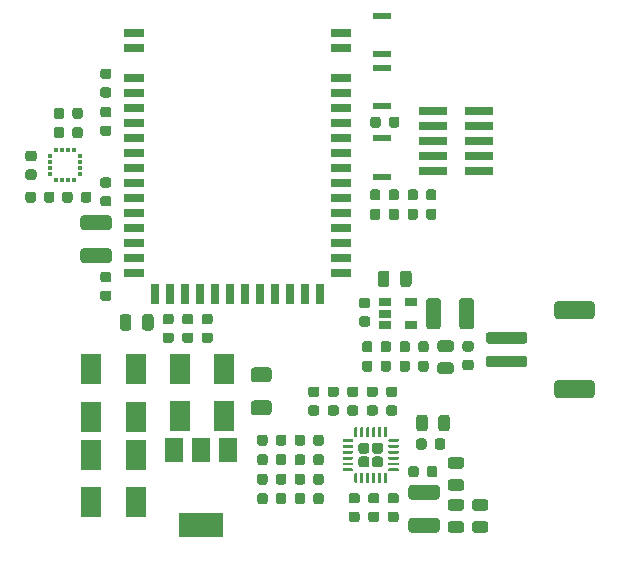
<source format=gbr>
%TF.GenerationSoftware,KiCad,Pcbnew,(5.1.6)-1*%
%TF.CreationDate,2021-05-23T01:52:29+08:00*%
%TF.ProjectId,HKIA_Tracker,484b4941-5f54-4726-9163-6b65722e6b69,rev?*%
%TF.SameCoordinates,Original*%
%TF.FileFunction,Paste,Top*%
%TF.FilePolarity,Positive*%
%FSLAX46Y46*%
G04 Gerber Fmt 4.6, Leading zero omitted, Abs format (unit mm)*
G04 Created by KiCad (PCBNEW (5.1.6)-1) date 2021-05-23 01:52:29*
%MOMM*%
%LPD*%
G01*
G04 APERTURE LIST*
%ADD10R,1.500000X2.000000*%
%ADD11R,3.800000X2.000000*%
%ADD12R,0.300000X0.450000*%
%ADD13R,0.450000X0.300000*%
%ADD14R,1.060000X0.650000*%
%ADD15R,1.800000X0.700000*%
%ADD16R,0.700000X1.800000*%
%ADD17R,1.500000X0.550000*%
%ADD18R,2.400000X0.740000*%
%ADD19R,1.800000X2.500000*%
G04 APERTURE END LIST*
D10*
%TO.C,D7*%
X117997000Y-117246000D03*
X113397000Y-117246000D03*
X115697000Y-117246000D03*
D11*
X115697000Y-123546000D03*
%TD*%
D12*
%TO.C,U5*%
X104439500Y-91828500D03*
X103939500Y-91828500D03*
X103439500Y-91828500D03*
X104939500Y-91828500D03*
D13*
X105464500Y-93853500D03*
X105464500Y-92853500D03*
X105464500Y-93353500D03*
X105464500Y-92353500D03*
D12*
X104939500Y-94378500D03*
X104439500Y-94378500D03*
X103939500Y-94378500D03*
X103439500Y-94378500D03*
D13*
X102914500Y-92853500D03*
X102914500Y-93353500D03*
X102914500Y-93853500D03*
X102914500Y-92353500D03*
%TD*%
D14*
%TO.C,U4*%
X133421300Y-104739400D03*
X133421300Y-106639400D03*
X131221300Y-106639400D03*
X131221300Y-105689400D03*
X131221300Y-104739400D03*
%TD*%
%TO.C,U2*%
G36*
G01*
X128673000Y-116103000D02*
X128673000Y-115353000D01*
G75*
G02*
X128735500Y-115290500I62500J0D01*
G01*
X128860500Y-115290500D01*
G75*
G02*
X128923000Y-115353000I0J-62500D01*
G01*
X128923000Y-116103000D01*
G75*
G02*
X128860500Y-116165500I-62500J0D01*
G01*
X128735500Y-116165500D01*
G75*
G02*
X128673000Y-116103000I0J62500D01*
G01*
G37*
G36*
G01*
X129173000Y-116103000D02*
X129173000Y-115353000D01*
G75*
G02*
X129235500Y-115290500I62500J0D01*
G01*
X129360500Y-115290500D01*
G75*
G02*
X129423000Y-115353000I0J-62500D01*
G01*
X129423000Y-116103000D01*
G75*
G02*
X129360500Y-116165500I-62500J0D01*
G01*
X129235500Y-116165500D01*
G75*
G02*
X129173000Y-116103000I0J62500D01*
G01*
G37*
G36*
G01*
X129673000Y-116103000D02*
X129673000Y-115353000D01*
G75*
G02*
X129735500Y-115290500I62500J0D01*
G01*
X129860500Y-115290500D01*
G75*
G02*
X129923000Y-115353000I0J-62500D01*
G01*
X129923000Y-116103000D01*
G75*
G02*
X129860500Y-116165500I-62500J0D01*
G01*
X129735500Y-116165500D01*
G75*
G02*
X129673000Y-116103000I0J62500D01*
G01*
G37*
G36*
G01*
X130173000Y-116103000D02*
X130173000Y-115353000D01*
G75*
G02*
X130235500Y-115290500I62500J0D01*
G01*
X130360500Y-115290500D01*
G75*
G02*
X130423000Y-115353000I0J-62500D01*
G01*
X130423000Y-116103000D01*
G75*
G02*
X130360500Y-116165500I-62500J0D01*
G01*
X130235500Y-116165500D01*
G75*
G02*
X130173000Y-116103000I0J62500D01*
G01*
G37*
G36*
G01*
X130673000Y-116103000D02*
X130673000Y-115353000D01*
G75*
G02*
X130735500Y-115290500I62500J0D01*
G01*
X130860500Y-115290500D01*
G75*
G02*
X130923000Y-115353000I0J-62500D01*
G01*
X130923000Y-116103000D01*
G75*
G02*
X130860500Y-116165500I-62500J0D01*
G01*
X130735500Y-116165500D01*
G75*
G02*
X130673000Y-116103000I0J62500D01*
G01*
G37*
G36*
G01*
X131173000Y-116103000D02*
X131173000Y-115353000D01*
G75*
G02*
X131235500Y-115290500I62500J0D01*
G01*
X131360500Y-115290500D01*
G75*
G02*
X131423000Y-115353000I0J-62500D01*
G01*
X131423000Y-116103000D01*
G75*
G02*
X131360500Y-116165500I-62500J0D01*
G01*
X131235500Y-116165500D01*
G75*
G02*
X131173000Y-116103000I0J62500D01*
G01*
G37*
G36*
G01*
X131548000Y-116478000D02*
X131548000Y-116353000D01*
G75*
G02*
X131610500Y-116290500I62500J0D01*
G01*
X132360500Y-116290500D01*
G75*
G02*
X132423000Y-116353000I0J-62500D01*
G01*
X132423000Y-116478000D01*
G75*
G02*
X132360500Y-116540500I-62500J0D01*
G01*
X131610500Y-116540500D01*
G75*
G02*
X131548000Y-116478000I0J62500D01*
G01*
G37*
G36*
G01*
X131548000Y-116978000D02*
X131548000Y-116853000D01*
G75*
G02*
X131610500Y-116790500I62500J0D01*
G01*
X132360500Y-116790500D01*
G75*
G02*
X132423000Y-116853000I0J-62500D01*
G01*
X132423000Y-116978000D01*
G75*
G02*
X132360500Y-117040500I-62500J0D01*
G01*
X131610500Y-117040500D01*
G75*
G02*
X131548000Y-116978000I0J62500D01*
G01*
G37*
G36*
G01*
X131548000Y-117478000D02*
X131548000Y-117353000D01*
G75*
G02*
X131610500Y-117290500I62500J0D01*
G01*
X132360500Y-117290500D01*
G75*
G02*
X132423000Y-117353000I0J-62500D01*
G01*
X132423000Y-117478000D01*
G75*
G02*
X132360500Y-117540500I-62500J0D01*
G01*
X131610500Y-117540500D01*
G75*
G02*
X131548000Y-117478000I0J62500D01*
G01*
G37*
G36*
G01*
X131548000Y-117978000D02*
X131548000Y-117853000D01*
G75*
G02*
X131610500Y-117790500I62500J0D01*
G01*
X132360500Y-117790500D01*
G75*
G02*
X132423000Y-117853000I0J-62500D01*
G01*
X132423000Y-117978000D01*
G75*
G02*
X132360500Y-118040500I-62500J0D01*
G01*
X131610500Y-118040500D01*
G75*
G02*
X131548000Y-117978000I0J62500D01*
G01*
G37*
G36*
G01*
X131548000Y-118478000D02*
X131548000Y-118353000D01*
G75*
G02*
X131610500Y-118290500I62500J0D01*
G01*
X132360500Y-118290500D01*
G75*
G02*
X132423000Y-118353000I0J-62500D01*
G01*
X132423000Y-118478000D01*
G75*
G02*
X132360500Y-118540500I-62500J0D01*
G01*
X131610500Y-118540500D01*
G75*
G02*
X131548000Y-118478000I0J62500D01*
G01*
G37*
G36*
G01*
X131548000Y-118978000D02*
X131548000Y-118853000D01*
G75*
G02*
X131610500Y-118790500I62500J0D01*
G01*
X132360500Y-118790500D01*
G75*
G02*
X132423000Y-118853000I0J-62500D01*
G01*
X132423000Y-118978000D01*
G75*
G02*
X132360500Y-119040500I-62500J0D01*
G01*
X131610500Y-119040500D01*
G75*
G02*
X131548000Y-118978000I0J62500D01*
G01*
G37*
G36*
G01*
X131173000Y-119978000D02*
X131173000Y-119228000D01*
G75*
G02*
X131235500Y-119165500I62500J0D01*
G01*
X131360500Y-119165500D01*
G75*
G02*
X131423000Y-119228000I0J-62500D01*
G01*
X131423000Y-119978000D01*
G75*
G02*
X131360500Y-120040500I-62500J0D01*
G01*
X131235500Y-120040500D01*
G75*
G02*
X131173000Y-119978000I0J62500D01*
G01*
G37*
G36*
G01*
X130673000Y-119978000D02*
X130673000Y-119228000D01*
G75*
G02*
X130735500Y-119165500I62500J0D01*
G01*
X130860500Y-119165500D01*
G75*
G02*
X130923000Y-119228000I0J-62500D01*
G01*
X130923000Y-119978000D01*
G75*
G02*
X130860500Y-120040500I-62500J0D01*
G01*
X130735500Y-120040500D01*
G75*
G02*
X130673000Y-119978000I0J62500D01*
G01*
G37*
G36*
G01*
X130173000Y-119978000D02*
X130173000Y-119228000D01*
G75*
G02*
X130235500Y-119165500I62500J0D01*
G01*
X130360500Y-119165500D01*
G75*
G02*
X130423000Y-119228000I0J-62500D01*
G01*
X130423000Y-119978000D01*
G75*
G02*
X130360500Y-120040500I-62500J0D01*
G01*
X130235500Y-120040500D01*
G75*
G02*
X130173000Y-119978000I0J62500D01*
G01*
G37*
G36*
G01*
X129673000Y-119978000D02*
X129673000Y-119228000D01*
G75*
G02*
X129735500Y-119165500I62500J0D01*
G01*
X129860500Y-119165500D01*
G75*
G02*
X129923000Y-119228000I0J-62500D01*
G01*
X129923000Y-119978000D01*
G75*
G02*
X129860500Y-120040500I-62500J0D01*
G01*
X129735500Y-120040500D01*
G75*
G02*
X129673000Y-119978000I0J62500D01*
G01*
G37*
G36*
G01*
X129173000Y-119978000D02*
X129173000Y-119228000D01*
G75*
G02*
X129235500Y-119165500I62500J0D01*
G01*
X129360500Y-119165500D01*
G75*
G02*
X129423000Y-119228000I0J-62500D01*
G01*
X129423000Y-119978000D01*
G75*
G02*
X129360500Y-120040500I-62500J0D01*
G01*
X129235500Y-120040500D01*
G75*
G02*
X129173000Y-119978000I0J62500D01*
G01*
G37*
G36*
G01*
X128673000Y-119978000D02*
X128673000Y-119228000D01*
G75*
G02*
X128735500Y-119165500I62500J0D01*
G01*
X128860500Y-119165500D01*
G75*
G02*
X128923000Y-119228000I0J-62500D01*
G01*
X128923000Y-119978000D01*
G75*
G02*
X128860500Y-120040500I-62500J0D01*
G01*
X128735500Y-120040500D01*
G75*
G02*
X128673000Y-119978000I0J62500D01*
G01*
G37*
G36*
G01*
X127673000Y-118978000D02*
X127673000Y-118853000D01*
G75*
G02*
X127735500Y-118790500I62500J0D01*
G01*
X128485500Y-118790500D01*
G75*
G02*
X128548000Y-118853000I0J-62500D01*
G01*
X128548000Y-118978000D01*
G75*
G02*
X128485500Y-119040500I-62500J0D01*
G01*
X127735500Y-119040500D01*
G75*
G02*
X127673000Y-118978000I0J62500D01*
G01*
G37*
G36*
G01*
X127673000Y-118478000D02*
X127673000Y-118353000D01*
G75*
G02*
X127735500Y-118290500I62500J0D01*
G01*
X128485500Y-118290500D01*
G75*
G02*
X128548000Y-118353000I0J-62500D01*
G01*
X128548000Y-118478000D01*
G75*
G02*
X128485500Y-118540500I-62500J0D01*
G01*
X127735500Y-118540500D01*
G75*
G02*
X127673000Y-118478000I0J62500D01*
G01*
G37*
G36*
G01*
X127673000Y-117978000D02*
X127673000Y-117853000D01*
G75*
G02*
X127735500Y-117790500I62500J0D01*
G01*
X128485500Y-117790500D01*
G75*
G02*
X128548000Y-117853000I0J-62500D01*
G01*
X128548000Y-117978000D01*
G75*
G02*
X128485500Y-118040500I-62500J0D01*
G01*
X127735500Y-118040500D01*
G75*
G02*
X127673000Y-117978000I0J62500D01*
G01*
G37*
G36*
G01*
X127673000Y-117478000D02*
X127673000Y-117353000D01*
G75*
G02*
X127735500Y-117290500I62500J0D01*
G01*
X128485500Y-117290500D01*
G75*
G02*
X128548000Y-117353000I0J-62500D01*
G01*
X128548000Y-117478000D01*
G75*
G02*
X128485500Y-117540500I-62500J0D01*
G01*
X127735500Y-117540500D01*
G75*
G02*
X127673000Y-117478000I0J62500D01*
G01*
G37*
G36*
G01*
X127673000Y-116978000D02*
X127673000Y-116853000D01*
G75*
G02*
X127735500Y-116790500I62500J0D01*
G01*
X128485500Y-116790500D01*
G75*
G02*
X128548000Y-116853000I0J-62500D01*
G01*
X128548000Y-116978000D01*
G75*
G02*
X128485500Y-117040500I-62500J0D01*
G01*
X127735500Y-117040500D01*
G75*
G02*
X127673000Y-116978000I0J62500D01*
G01*
G37*
G36*
G01*
X127673000Y-116478000D02*
X127673000Y-116353000D01*
G75*
G02*
X127735500Y-116290500I62500J0D01*
G01*
X128485500Y-116290500D01*
G75*
G02*
X128548000Y-116353000I0J-62500D01*
G01*
X128548000Y-116478000D01*
G75*
G02*
X128485500Y-116540500I-62500J0D01*
G01*
X127735500Y-116540500D01*
G75*
G02*
X127673000Y-116478000I0J62500D01*
G01*
G37*
G36*
G01*
X130158000Y-118473000D02*
X130158000Y-118008000D01*
G75*
G02*
X130390500Y-117775500I232500J0D01*
G01*
X130855500Y-117775500D01*
G75*
G02*
X131088000Y-118008000I0J-232500D01*
G01*
X131088000Y-118473000D01*
G75*
G02*
X130855500Y-118705500I-232500J0D01*
G01*
X130390500Y-118705500D01*
G75*
G02*
X130158000Y-118473000I0J232500D01*
G01*
G37*
G36*
G01*
X130158000Y-117323000D02*
X130158000Y-116858000D01*
G75*
G02*
X130390500Y-116625500I232500J0D01*
G01*
X130855500Y-116625500D01*
G75*
G02*
X131088000Y-116858000I0J-232500D01*
G01*
X131088000Y-117323000D01*
G75*
G02*
X130855500Y-117555500I-232500J0D01*
G01*
X130390500Y-117555500D01*
G75*
G02*
X130158000Y-117323000I0J232500D01*
G01*
G37*
G36*
G01*
X129008000Y-118473000D02*
X129008000Y-118008000D01*
G75*
G02*
X129240500Y-117775500I232500J0D01*
G01*
X129705500Y-117775500D01*
G75*
G02*
X129938000Y-118008000I0J-232500D01*
G01*
X129938000Y-118473000D01*
G75*
G02*
X129705500Y-118705500I-232500J0D01*
G01*
X129240500Y-118705500D01*
G75*
G02*
X129008000Y-118473000I0J232500D01*
G01*
G37*
G36*
G01*
X129008000Y-117323000D02*
X129008000Y-116858000D01*
G75*
G02*
X129240500Y-116625500I232500J0D01*
G01*
X129705500Y-116625500D01*
G75*
G02*
X129938000Y-116858000I0J-232500D01*
G01*
X129938000Y-117323000D01*
G75*
G02*
X129705500Y-117555500I-232500J0D01*
G01*
X129240500Y-117555500D01*
G75*
G02*
X129008000Y-117323000I0J232500D01*
G01*
G37*
%TD*%
D15*
%TO.C,U1*%
X127545800Y-81942000D03*
X127545800Y-83212000D03*
X127545800Y-85752000D03*
X127545800Y-87022000D03*
X127545800Y-88292000D03*
X127545800Y-89562000D03*
X127545800Y-90832000D03*
X127545800Y-92102000D03*
X127545800Y-93372000D03*
X127545800Y-94642000D03*
X127545800Y-95912000D03*
X127545800Y-97182000D03*
X127545800Y-98452000D03*
X127545800Y-99722000D03*
X127545800Y-100992000D03*
X127545800Y-102262000D03*
D16*
X125780800Y-104012000D03*
X124510800Y-104012000D03*
X123240800Y-104012000D03*
X121970800Y-104012000D03*
X120700800Y-104012000D03*
X119430800Y-104012000D03*
X118160800Y-104012000D03*
X116890800Y-104012000D03*
X115620800Y-104012000D03*
X114350800Y-104012000D03*
X113080800Y-104012000D03*
X111810800Y-104012000D03*
D15*
X110045800Y-102262000D03*
X110045800Y-100992000D03*
X110045800Y-99722000D03*
X110045800Y-98452000D03*
X110045800Y-97182000D03*
X110045800Y-95912000D03*
X110045800Y-94642000D03*
X110045800Y-93372000D03*
X110045800Y-92102000D03*
X110045800Y-90832000D03*
X110045800Y-89562000D03*
X110045800Y-88292000D03*
X110045800Y-87022000D03*
X110045800Y-85752000D03*
X110045800Y-83212000D03*
X110045800Y-81942000D03*
%TD*%
D17*
%TO.C,SW3*%
X130987800Y-88112000D03*
X130987800Y-84862000D03*
%TD*%
%TO.C,SW2*%
X130987800Y-80480500D03*
X130987800Y-83730500D03*
%TD*%
%TO.C,SW1*%
X130987800Y-94081000D03*
X130987800Y-90831000D03*
%TD*%
%TO.C,R29*%
G36*
G01*
X130431250Y-112743500D02*
X129918750Y-112743500D01*
G75*
G02*
X129700000Y-112524750I0J218750D01*
G01*
X129700000Y-112087250D01*
G75*
G02*
X129918750Y-111868500I218750J0D01*
G01*
X130431250Y-111868500D01*
G75*
G02*
X130650000Y-112087250I0J-218750D01*
G01*
X130650000Y-112524750D01*
G75*
G02*
X130431250Y-112743500I-218750J0D01*
G01*
G37*
G36*
G01*
X130431250Y-114318500D02*
X129918750Y-114318500D01*
G75*
G02*
X129700000Y-114099750I0J218750D01*
G01*
X129700000Y-113662250D01*
G75*
G02*
X129918750Y-113443500I218750J0D01*
G01*
X130431250Y-113443500D01*
G75*
G02*
X130650000Y-113662250I0J-218750D01*
G01*
X130650000Y-114099750D01*
G75*
G02*
X130431250Y-114318500I-218750J0D01*
G01*
G37*
%TD*%
%TO.C,R28*%
G36*
G01*
X130193300Y-108227150D02*
X130193300Y-108739650D01*
G75*
G02*
X129974550Y-108958400I-218750J0D01*
G01*
X129537050Y-108958400D01*
G75*
G02*
X129318300Y-108739650I0J218750D01*
G01*
X129318300Y-108227150D01*
G75*
G02*
X129537050Y-108008400I218750J0D01*
G01*
X129974550Y-108008400D01*
G75*
G02*
X130193300Y-108227150I0J-218750D01*
G01*
G37*
G36*
G01*
X131768300Y-108227150D02*
X131768300Y-108739650D01*
G75*
G02*
X131549550Y-108958400I-218750J0D01*
G01*
X131112050Y-108958400D01*
G75*
G02*
X130893300Y-108739650I0J218750D01*
G01*
X130893300Y-108227150D01*
G75*
G02*
X131112050Y-108008400I218750J0D01*
G01*
X131549550Y-108008400D01*
G75*
G02*
X131768300Y-108227150I0J-218750D01*
G01*
G37*
%TD*%
%TO.C,R27*%
G36*
G01*
X133368300Y-108227150D02*
X133368300Y-108739650D01*
G75*
G02*
X133149550Y-108958400I-218750J0D01*
G01*
X132712050Y-108958400D01*
G75*
G02*
X132493300Y-108739650I0J218750D01*
G01*
X132493300Y-108227150D01*
G75*
G02*
X132712050Y-108008400I218750J0D01*
G01*
X133149550Y-108008400D01*
G75*
G02*
X133368300Y-108227150I0J-218750D01*
G01*
G37*
G36*
G01*
X134943300Y-108227150D02*
X134943300Y-108739650D01*
G75*
G02*
X134724550Y-108958400I-218750J0D01*
G01*
X134287050Y-108958400D01*
G75*
G02*
X134068300Y-108739650I0J218750D01*
G01*
X134068300Y-108227150D01*
G75*
G02*
X134287050Y-108008400I218750J0D01*
G01*
X134724550Y-108008400D01*
G75*
G02*
X134943300Y-108227150I0J-218750D01*
G01*
G37*
%TD*%
%TO.C,R26*%
G36*
G01*
X104806000Y-95565250D02*
X104806000Y-96077750D01*
G75*
G02*
X104587250Y-96296500I-218750J0D01*
G01*
X104149750Y-96296500D01*
G75*
G02*
X103931000Y-96077750I0J218750D01*
G01*
X103931000Y-95565250D01*
G75*
G02*
X104149750Y-95346500I218750J0D01*
G01*
X104587250Y-95346500D01*
G75*
G02*
X104806000Y-95565250I0J-218750D01*
G01*
G37*
G36*
G01*
X106381000Y-95565250D02*
X106381000Y-96077750D01*
G75*
G02*
X106162250Y-96296500I-218750J0D01*
G01*
X105724750Y-96296500D01*
G75*
G02*
X105506000Y-96077750I0J218750D01*
G01*
X105506000Y-95565250D01*
G75*
G02*
X105724750Y-95346500I218750J0D01*
G01*
X106162250Y-95346500D01*
G75*
G02*
X106381000Y-95565250I0J-218750D01*
G01*
G37*
%TD*%
%TO.C,R25*%
G36*
G01*
X102394500Y-96077750D02*
X102394500Y-95565250D01*
G75*
G02*
X102613250Y-95346500I218750J0D01*
G01*
X103050750Y-95346500D01*
G75*
G02*
X103269500Y-95565250I0J-218750D01*
G01*
X103269500Y-96077750D01*
G75*
G02*
X103050750Y-96296500I-218750J0D01*
G01*
X102613250Y-96296500D01*
G75*
G02*
X102394500Y-96077750I0J218750D01*
G01*
G37*
G36*
G01*
X100819500Y-96077750D02*
X100819500Y-95565250D01*
G75*
G02*
X101038250Y-95346500I218750J0D01*
G01*
X101475750Y-95346500D01*
G75*
G02*
X101694500Y-95565250I0J-218750D01*
G01*
X101694500Y-96077750D01*
G75*
G02*
X101475750Y-96296500I-218750J0D01*
G01*
X101038250Y-96296500D01*
G75*
G02*
X100819500Y-96077750I0J218750D01*
G01*
G37*
%TD*%
%TO.C,R19*%
G36*
G01*
X121316000Y-117790250D02*
X121316000Y-118302750D01*
G75*
G02*
X121097250Y-118521500I-218750J0D01*
G01*
X120659750Y-118521500D01*
G75*
G02*
X120441000Y-118302750I0J218750D01*
G01*
X120441000Y-117790250D01*
G75*
G02*
X120659750Y-117571500I218750J0D01*
G01*
X121097250Y-117571500D01*
G75*
G02*
X121316000Y-117790250I0J-218750D01*
G01*
G37*
G36*
G01*
X122891000Y-117790250D02*
X122891000Y-118302750D01*
G75*
G02*
X122672250Y-118521500I-218750J0D01*
G01*
X122234750Y-118521500D01*
G75*
G02*
X122016000Y-118302750I0J218750D01*
G01*
X122016000Y-117790250D01*
G75*
G02*
X122234750Y-117571500I218750J0D01*
G01*
X122672250Y-117571500D01*
G75*
G02*
X122891000Y-117790250I0J-218750D01*
G01*
G37*
%TD*%
%TO.C,R18*%
G36*
G01*
X122016000Y-119953750D02*
X122016000Y-119441250D01*
G75*
G02*
X122234750Y-119222500I218750J0D01*
G01*
X122672250Y-119222500D01*
G75*
G02*
X122891000Y-119441250I0J-218750D01*
G01*
X122891000Y-119953750D01*
G75*
G02*
X122672250Y-120172500I-218750J0D01*
G01*
X122234750Y-120172500D01*
G75*
G02*
X122016000Y-119953750I0J218750D01*
G01*
G37*
G36*
G01*
X120441000Y-119953750D02*
X120441000Y-119441250D01*
G75*
G02*
X120659750Y-119222500I218750J0D01*
G01*
X121097250Y-119222500D01*
G75*
G02*
X121316000Y-119441250I0J-218750D01*
G01*
X121316000Y-119953750D01*
G75*
G02*
X121097250Y-120172500I-218750J0D01*
G01*
X120659750Y-120172500D01*
G75*
G02*
X120441000Y-119953750I0J218750D01*
G01*
G37*
%TD*%
%TO.C,R17*%
G36*
G01*
X125191000Y-118315450D02*
X125191000Y-117802950D01*
G75*
G02*
X125409750Y-117584200I218750J0D01*
G01*
X125847250Y-117584200D01*
G75*
G02*
X126066000Y-117802950I0J-218750D01*
G01*
X126066000Y-118315450D01*
G75*
G02*
X125847250Y-118534200I-218750J0D01*
G01*
X125409750Y-118534200D01*
G75*
G02*
X125191000Y-118315450I0J218750D01*
G01*
G37*
G36*
G01*
X123616000Y-118315450D02*
X123616000Y-117802950D01*
G75*
G02*
X123834750Y-117584200I218750J0D01*
G01*
X124272250Y-117584200D01*
G75*
G02*
X124491000Y-117802950I0J-218750D01*
G01*
X124491000Y-118315450D01*
G75*
G02*
X124272250Y-118534200I-218750J0D01*
G01*
X123834750Y-118534200D01*
G75*
G02*
X123616000Y-118315450I0J218750D01*
G01*
G37*
%TD*%
%TO.C,R16*%
G36*
G01*
X122016000Y-116651750D02*
X122016000Y-116139250D01*
G75*
G02*
X122234750Y-115920500I218750J0D01*
G01*
X122672250Y-115920500D01*
G75*
G02*
X122891000Y-116139250I0J-218750D01*
G01*
X122891000Y-116651750D01*
G75*
G02*
X122672250Y-116870500I-218750J0D01*
G01*
X122234750Y-116870500D01*
G75*
G02*
X122016000Y-116651750I0J218750D01*
G01*
G37*
G36*
G01*
X120441000Y-116651750D02*
X120441000Y-116139250D01*
G75*
G02*
X120659750Y-115920500I218750J0D01*
G01*
X121097250Y-115920500D01*
G75*
G02*
X121316000Y-116139250I0J-218750D01*
G01*
X121316000Y-116651750D01*
G75*
G02*
X121097250Y-116870500I-218750J0D01*
G01*
X120659750Y-116870500D01*
G75*
G02*
X120441000Y-116651750I0J218750D01*
G01*
G37*
%TD*%
%TO.C,R15*%
G36*
G01*
X128780250Y-112743500D02*
X128267750Y-112743500D01*
G75*
G02*
X128049000Y-112524750I0J218750D01*
G01*
X128049000Y-112087250D01*
G75*
G02*
X128267750Y-111868500I218750J0D01*
G01*
X128780250Y-111868500D01*
G75*
G02*
X128999000Y-112087250I0J-218750D01*
G01*
X128999000Y-112524750D01*
G75*
G02*
X128780250Y-112743500I-218750J0D01*
G01*
G37*
G36*
G01*
X128780250Y-114318500D02*
X128267750Y-114318500D01*
G75*
G02*
X128049000Y-114099750I0J218750D01*
G01*
X128049000Y-113662250D01*
G75*
G02*
X128267750Y-113443500I218750J0D01*
G01*
X128780250Y-113443500D01*
G75*
G02*
X128999000Y-113662250I0J-218750D01*
G01*
X128999000Y-114099750D01*
G75*
G02*
X128780250Y-114318500I-218750J0D01*
G01*
G37*
%TD*%
%TO.C,R14*%
G36*
G01*
X132082250Y-112743500D02*
X131569750Y-112743500D01*
G75*
G02*
X131351000Y-112524750I0J218750D01*
G01*
X131351000Y-112087250D01*
G75*
G02*
X131569750Y-111868500I218750J0D01*
G01*
X132082250Y-111868500D01*
G75*
G02*
X132301000Y-112087250I0J-218750D01*
G01*
X132301000Y-112524750D01*
G75*
G02*
X132082250Y-112743500I-218750J0D01*
G01*
G37*
G36*
G01*
X132082250Y-114318500D02*
X131569750Y-114318500D01*
G75*
G02*
X131351000Y-114099750I0J218750D01*
G01*
X131351000Y-113662250D01*
G75*
G02*
X131569750Y-113443500I218750J0D01*
G01*
X132082250Y-113443500D01*
G75*
G02*
X132301000Y-113662250I0J-218750D01*
G01*
X132301000Y-114099750D01*
G75*
G02*
X132082250Y-114318500I-218750J0D01*
G01*
G37*
%TD*%
%TO.C,R13*%
G36*
G01*
X125478250Y-112743500D02*
X124965750Y-112743500D01*
G75*
G02*
X124747000Y-112524750I0J218750D01*
G01*
X124747000Y-112087250D01*
G75*
G02*
X124965750Y-111868500I218750J0D01*
G01*
X125478250Y-111868500D01*
G75*
G02*
X125697000Y-112087250I0J-218750D01*
G01*
X125697000Y-112524750D01*
G75*
G02*
X125478250Y-112743500I-218750J0D01*
G01*
G37*
G36*
G01*
X125478250Y-114318500D02*
X124965750Y-114318500D01*
G75*
G02*
X124747000Y-114099750I0J218750D01*
G01*
X124747000Y-113662250D01*
G75*
G02*
X124965750Y-113443500I218750J0D01*
G01*
X125478250Y-113443500D01*
G75*
G02*
X125697000Y-113662250I0J-218750D01*
G01*
X125697000Y-114099750D01*
G75*
G02*
X125478250Y-114318500I-218750J0D01*
G01*
G37*
%TD*%
%TO.C,R12*%
G36*
G01*
X127129250Y-112743500D02*
X126616750Y-112743500D01*
G75*
G02*
X126398000Y-112524750I0J218750D01*
G01*
X126398000Y-112087250D01*
G75*
G02*
X126616750Y-111868500I218750J0D01*
G01*
X127129250Y-111868500D01*
G75*
G02*
X127348000Y-112087250I0J-218750D01*
G01*
X127348000Y-112524750D01*
G75*
G02*
X127129250Y-112743500I-218750J0D01*
G01*
G37*
G36*
G01*
X127129250Y-114318500D02*
X126616750Y-114318500D01*
G75*
G02*
X126398000Y-114099750I0J218750D01*
G01*
X126398000Y-113662250D01*
G75*
G02*
X126616750Y-113443500I218750J0D01*
G01*
X127129250Y-113443500D01*
G75*
G02*
X127348000Y-113662250I0J-218750D01*
G01*
X127348000Y-114099750D01*
G75*
G02*
X127129250Y-114318500I-218750J0D01*
G01*
G37*
%TD*%
%TO.C,R11*%
G36*
G01*
X122016000Y-121604750D02*
X122016000Y-121092250D01*
G75*
G02*
X122234750Y-120873500I218750J0D01*
G01*
X122672250Y-120873500D01*
G75*
G02*
X122891000Y-121092250I0J-218750D01*
G01*
X122891000Y-121604750D01*
G75*
G02*
X122672250Y-121823500I-218750J0D01*
G01*
X122234750Y-121823500D01*
G75*
G02*
X122016000Y-121604750I0J218750D01*
G01*
G37*
G36*
G01*
X120441000Y-121604750D02*
X120441000Y-121092250D01*
G75*
G02*
X120659750Y-120873500I218750J0D01*
G01*
X121097250Y-120873500D01*
G75*
G02*
X121316000Y-121092250I0J-218750D01*
G01*
X121316000Y-121604750D01*
G75*
G02*
X121097250Y-121823500I-218750J0D01*
G01*
X120659750Y-121823500D01*
G75*
G02*
X120441000Y-121604750I0J218750D01*
G01*
G37*
%TD*%
%TO.C,R10*%
G36*
G01*
X125191000Y-119953750D02*
X125191000Y-119441250D01*
G75*
G02*
X125409750Y-119222500I218750J0D01*
G01*
X125847250Y-119222500D01*
G75*
G02*
X126066000Y-119441250I0J-218750D01*
G01*
X126066000Y-119953750D01*
G75*
G02*
X125847250Y-120172500I-218750J0D01*
G01*
X125409750Y-120172500D01*
G75*
G02*
X125191000Y-119953750I0J218750D01*
G01*
G37*
G36*
G01*
X123616000Y-119953750D02*
X123616000Y-119441250D01*
G75*
G02*
X123834750Y-119222500I218750J0D01*
G01*
X124272250Y-119222500D01*
G75*
G02*
X124491000Y-119441250I0J-218750D01*
G01*
X124491000Y-119953750D01*
G75*
G02*
X124272250Y-120172500I-218750J0D01*
G01*
X123834750Y-120172500D01*
G75*
G02*
X123616000Y-119953750I0J218750D01*
G01*
G37*
%TD*%
%TO.C,R9*%
G36*
G01*
X125191000Y-116651750D02*
X125191000Y-116139250D01*
G75*
G02*
X125409750Y-115920500I218750J0D01*
G01*
X125847250Y-115920500D01*
G75*
G02*
X126066000Y-116139250I0J-218750D01*
G01*
X126066000Y-116651750D01*
G75*
G02*
X125847250Y-116870500I-218750J0D01*
G01*
X125409750Y-116870500D01*
G75*
G02*
X125191000Y-116651750I0J218750D01*
G01*
G37*
G36*
G01*
X123616000Y-116651750D02*
X123616000Y-116139250D01*
G75*
G02*
X123834750Y-115920500I218750J0D01*
G01*
X124272250Y-115920500D01*
G75*
G02*
X124491000Y-116139250I0J-218750D01*
G01*
X124491000Y-116651750D01*
G75*
G02*
X124272250Y-116870500I-218750J0D01*
G01*
X123834750Y-116870500D01*
G75*
G02*
X123616000Y-116651750I0J218750D01*
G01*
G37*
%TD*%
%TO.C,R8*%
G36*
G01*
X130866400Y-95374750D02*
X130866400Y-95887250D01*
G75*
G02*
X130647650Y-96106000I-218750J0D01*
G01*
X130210150Y-96106000D01*
G75*
G02*
X129991400Y-95887250I0J218750D01*
G01*
X129991400Y-95374750D01*
G75*
G02*
X130210150Y-95156000I218750J0D01*
G01*
X130647650Y-95156000D01*
G75*
G02*
X130866400Y-95374750I0J-218750D01*
G01*
G37*
G36*
G01*
X132441400Y-95374750D02*
X132441400Y-95887250D01*
G75*
G02*
X132222650Y-96106000I-218750J0D01*
G01*
X131785150Y-96106000D01*
G75*
G02*
X131566400Y-95887250I0J218750D01*
G01*
X131566400Y-95374750D01*
G75*
G02*
X131785150Y-95156000I218750J0D01*
G01*
X132222650Y-95156000D01*
G75*
G02*
X132441400Y-95374750I0J-218750D01*
G01*
G37*
%TD*%
%TO.C,R7*%
G36*
G01*
X130866400Y-97025750D02*
X130866400Y-97538250D01*
G75*
G02*
X130647650Y-97757000I-218750J0D01*
G01*
X130210150Y-97757000D01*
G75*
G02*
X129991400Y-97538250I0J218750D01*
G01*
X129991400Y-97025750D01*
G75*
G02*
X130210150Y-96807000I218750J0D01*
G01*
X130647650Y-96807000D01*
G75*
G02*
X130866400Y-97025750I0J-218750D01*
G01*
G37*
G36*
G01*
X132441400Y-97025750D02*
X132441400Y-97538250D01*
G75*
G02*
X132222650Y-97757000I-218750J0D01*
G01*
X131785150Y-97757000D01*
G75*
G02*
X131566400Y-97538250I0J218750D01*
G01*
X131566400Y-97025750D01*
G75*
G02*
X131785150Y-96807000I218750J0D01*
G01*
X132222650Y-96807000D01*
G75*
G02*
X132441400Y-97025750I0J-218750D01*
G01*
G37*
%TD*%
%TO.C,R6*%
G36*
G01*
X114297750Y-107284000D02*
X114810250Y-107284000D01*
G75*
G02*
X115029000Y-107502750I0J-218750D01*
G01*
X115029000Y-107940250D01*
G75*
G02*
X114810250Y-108159000I-218750J0D01*
G01*
X114297750Y-108159000D01*
G75*
G02*
X114079000Y-107940250I0J218750D01*
G01*
X114079000Y-107502750D01*
G75*
G02*
X114297750Y-107284000I218750J0D01*
G01*
G37*
G36*
G01*
X114297750Y-105709000D02*
X114810250Y-105709000D01*
G75*
G02*
X115029000Y-105927750I0J-218750D01*
G01*
X115029000Y-106365250D01*
G75*
G02*
X114810250Y-106584000I-218750J0D01*
G01*
X114297750Y-106584000D01*
G75*
G02*
X114079000Y-106365250I0J218750D01*
G01*
X114079000Y-105927750D01*
G75*
G02*
X114297750Y-105709000I218750J0D01*
G01*
G37*
%TD*%
%TO.C,R5*%
G36*
G01*
X115948750Y-107284000D02*
X116461250Y-107284000D01*
G75*
G02*
X116680000Y-107502750I0J-218750D01*
G01*
X116680000Y-107940250D01*
G75*
G02*
X116461250Y-108159000I-218750J0D01*
G01*
X115948750Y-108159000D01*
G75*
G02*
X115730000Y-107940250I0J218750D01*
G01*
X115730000Y-107502750D01*
G75*
G02*
X115948750Y-107284000I218750J0D01*
G01*
G37*
G36*
G01*
X115948750Y-105709000D02*
X116461250Y-105709000D01*
G75*
G02*
X116680000Y-105927750I0J-218750D01*
G01*
X116680000Y-106365250D01*
G75*
G02*
X116461250Y-106584000I-218750J0D01*
G01*
X115948750Y-106584000D01*
G75*
G02*
X115730000Y-106365250I0J218750D01*
G01*
X115730000Y-105927750D01*
G75*
G02*
X115948750Y-105709000I218750J0D01*
G01*
G37*
%TD*%
%TO.C,R4*%
G36*
G01*
X125191000Y-121604750D02*
X125191000Y-121092250D01*
G75*
G02*
X125409750Y-120873500I218750J0D01*
G01*
X125847250Y-120873500D01*
G75*
G02*
X126066000Y-121092250I0J-218750D01*
G01*
X126066000Y-121604750D01*
G75*
G02*
X125847250Y-121823500I-218750J0D01*
G01*
X125409750Y-121823500D01*
G75*
G02*
X125191000Y-121604750I0J218750D01*
G01*
G37*
G36*
G01*
X123616000Y-121604750D02*
X123616000Y-121092250D01*
G75*
G02*
X123834750Y-120873500I218750J0D01*
G01*
X124272250Y-120873500D01*
G75*
G02*
X124491000Y-121092250I0J-218750D01*
G01*
X124491000Y-121604750D01*
G75*
G02*
X124272250Y-121823500I-218750J0D01*
G01*
X123834750Y-121823500D01*
G75*
G02*
X123616000Y-121604750I0J218750D01*
G01*
G37*
%TD*%
%TO.C,R3*%
G36*
G01*
X130045750Y-122460500D02*
X130558250Y-122460500D01*
G75*
G02*
X130777000Y-122679250I0J-218750D01*
G01*
X130777000Y-123116750D01*
G75*
G02*
X130558250Y-123335500I-218750J0D01*
G01*
X130045750Y-123335500D01*
G75*
G02*
X129827000Y-123116750I0J218750D01*
G01*
X129827000Y-122679250D01*
G75*
G02*
X130045750Y-122460500I218750J0D01*
G01*
G37*
G36*
G01*
X130045750Y-120885500D02*
X130558250Y-120885500D01*
G75*
G02*
X130777000Y-121104250I0J-218750D01*
G01*
X130777000Y-121541750D01*
G75*
G02*
X130558250Y-121760500I-218750J0D01*
G01*
X130045750Y-121760500D01*
G75*
G02*
X129827000Y-121541750I0J218750D01*
G01*
X129827000Y-121104250D01*
G75*
G02*
X130045750Y-120885500I218750J0D01*
G01*
G37*
%TD*%
%TO.C,R2*%
G36*
G01*
X132209250Y-121760500D02*
X131696750Y-121760500D01*
G75*
G02*
X131478000Y-121541750I0J218750D01*
G01*
X131478000Y-121104250D01*
G75*
G02*
X131696750Y-120885500I218750J0D01*
G01*
X132209250Y-120885500D01*
G75*
G02*
X132428000Y-121104250I0J-218750D01*
G01*
X132428000Y-121541750D01*
G75*
G02*
X132209250Y-121760500I-218750J0D01*
G01*
G37*
G36*
G01*
X132209250Y-123335500D02*
X131696750Y-123335500D01*
G75*
G02*
X131478000Y-123116750I0J218750D01*
G01*
X131478000Y-122679250D01*
G75*
G02*
X131696750Y-122460500I218750J0D01*
G01*
X132209250Y-122460500D01*
G75*
G02*
X132428000Y-122679250I0J-218750D01*
G01*
X132428000Y-123116750D01*
G75*
G02*
X132209250Y-123335500I-218750J0D01*
G01*
G37*
%TD*%
%TO.C,R1*%
G36*
G01*
X131591800Y-89727750D02*
X131591800Y-89215250D01*
G75*
G02*
X131810550Y-88996500I218750J0D01*
G01*
X132248050Y-88996500D01*
G75*
G02*
X132466800Y-89215250I0J-218750D01*
G01*
X132466800Y-89727750D01*
G75*
G02*
X132248050Y-89946500I-218750J0D01*
G01*
X131810550Y-89946500D01*
G75*
G02*
X131591800Y-89727750I0J218750D01*
G01*
G37*
G36*
G01*
X130016800Y-89727750D02*
X130016800Y-89215250D01*
G75*
G02*
X130235550Y-88996500I218750J0D01*
G01*
X130673050Y-88996500D01*
G75*
G02*
X130891800Y-89215250I0J-218750D01*
G01*
X130891800Y-89727750D01*
G75*
G02*
X130673050Y-89946500I-218750J0D01*
G01*
X130235550Y-89946500D01*
G75*
G02*
X130016800Y-89727750I0J218750D01*
G01*
G37*
%TD*%
%TO.C,L3*%
G36*
G01*
X137541300Y-106764400D02*
X137541300Y-104614400D01*
G75*
G02*
X137791300Y-104364400I250000J0D01*
G01*
X138541300Y-104364400D01*
G75*
G02*
X138791300Y-104614400I0J-250000D01*
G01*
X138791300Y-106764400D01*
G75*
G02*
X138541300Y-107014400I-250000J0D01*
G01*
X137791300Y-107014400D01*
G75*
G02*
X137541300Y-106764400I0J250000D01*
G01*
G37*
G36*
G01*
X134741300Y-106764400D02*
X134741300Y-104614400D01*
G75*
G02*
X134991300Y-104364400I250000J0D01*
G01*
X135741300Y-104364400D01*
G75*
G02*
X135991300Y-104614400I0J-250000D01*
G01*
X135991300Y-106764400D01*
G75*
G02*
X135741300Y-107014400I-250000J0D01*
G01*
X134991300Y-107014400D01*
G75*
G02*
X134741300Y-106764400I0J250000D01*
G01*
G37*
%TD*%
%TO.C,L2*%
G36*
G01*
X135644200Y-121437100D02*
X133494200Y-121437100D01*
G75*
G02*
X133244200Y-121187100I0J250000D01*
G01*
X133244200Y-120437100D01*
G75*
G02*
X133494200Y-120187100I250000J0D01*
G01*
X135644200Y-120187100D01*
G75*
G02*
X135894200Y-120437100I0J-250000D01*
G01*
X135894200Y-121187100D01*
G75*
G02*
X135644200Y-121437100I-250000J0D01*
G01*
G37*
G36*
G01*
X135644200Y-124237100D02*
X133494200Y-124237100D01*
G75*
G02*
X133244200Y-123987100I0J250000D01*
G01*
X133244200Y-123237100D01*
G75*
G02*
X133494200Y-122987100I250000J0D01*
G01*
X135644200Y-122987100D01*
G75*
G02*
X135894200Y-123237100I0J-250000D01*
G01*
X135894200Y-123987100D01*
G75*
G02*
X135644200Y-124237100I-250000J0D01*
G01*
G37*
%TD*%
%TO.C,L1*%
G36*
G01*
X105719300Y-100152500D02*
X107869300Y-100152500D01*
G75*
G02*
X108119300Y-100402500I0J-250000D01*
G01*
X108119300Y-101152500D01*
G75*
G02*
X107869300Y-101402500I-250000J0D01*
G01*
X105719300Y-101402500D01*
G75*
G02*
X105469300Y-101152500I0J250000D01*
G01*
X105469300Y-100402500D01*
G75*
G02*
X105719300Y-100152500I250000J0D01*
G01*
G37*
G36*
G01*
X105719300Y-97352500D02*
X107869300Y-97352500D01*
G75*
G02*
X108119300Y-97602500I0J-250000D01*
G01*
X108119300Y-98352500D01*
G75*
G02*
X107869300Y-98602500I-250000J0D01*
G01*
X105719300Y-98602500D01*
G75*
G02*
X105469300Y-98352500I0J250000D01*
G01*
X105469300Y-97602500D01*
G75*
G02*
X105719300Y-97352500I250000J0D01*
G01*
G37*
%TD*%
%TO.C,J4*%
G36*
G01*
X148748501Y-106137400D02*
X145849499Y-106137400D01*
G75*
G02*
X145599000Y-105886901I0J250499D01*
G01*
X145599000Y-104887899D01*
G75*
G02*
X145849499Y-104637400I250499J0D01*
G01*
X148748501Y-104637400D01*
G75*
G02*
X148999000Y-104887899I0J-250499D01*
G01*
X148999000Y-105886901D01*
G75*
G02*
X148748501Y-106137400I-250499J0D01*
G01*
G37*
G36*
G01*
X148748501Y-112837400D02*
X145849499Y-112837400D01*
G75*
G02*
X145599000Y-112586901I0J250499D01*
G01*
X145599000Y-111587899D01*
G75*
G02*
X145849499Y-111337400I250499J0D01*
G01*
X148748501Y-111337400D01*
G75*
G02*
X148999000Y-111587899I0J-250499D01*
G01*
X148999000Y-112586901D01*
G75*
G02*
X148748501Y-112837400I-250499J0D01*
G01*
G37*
G36*
G01*
X143049000Y-108237400D02*
X140049000Y-108237400D01*
G75*
G02*
X139799000Y-107987400I0J250000D01*
G01*
X139799000Y-107487400D01*
G75*
G02*
X140049000Y-107237400I250000J0D01*
G01*
X143049000Y-107237400D01*
G75*
G02*
X143299000Y-107487400I0J-250000D01*
G01*
X143299000Y-107987400D01*
G75*
G02*
X143049000Y-108237400I-250000J0D01*
G01*
G37*
G36*
G01*
X143049000Y-110237400D02*
X140049000Y-110237400D01*
G75*
G02*
X139799000Y-109987400I0J250000D01*
G01*
X139799000Y-109487400D01*
G75*
G02*
X140049000Y-109237400I250000J0D01*
G01*
X143049000Y-109237400D01*
G75*
G02*
X143299000Y-109487400I0J-250000D01*
G01*
X143299000Y-109987400D01*
G75*
G02*
X143049000Y-110237400I-250000J0D01*
G01*
G37*
%TD*%
D18*
%TO.C,J2*%
X139237000Y-93599000D03*
X135337000Y-93599000D03*
X139237000Y-92329000D03*
X135337000Y-92329000D03*
X139237000Y-91059000D03*
X135337000Y-91059000D03*
X139237000Y-89789000D03*
X135337000Y-89789000D03*
X139237000Y-88519000D03*
X135337000Y-88519000D03*
%TD*%
%TO.C,F1*%
G36*
G01*
X121402000Y-111490000D02*
X120152000Y-111490000D01*
G75*
G02*
X119902000Y-111240000I0J250000D01*
G01*
X119902000Y-110490000D01*
G75*
G02*
X120152000Y-110240000I250000J0D01*
G01*
X121402000Y-110240000D01*
G75*
G02*
X121652000Y-110490000I0J-250000D01*
G01*
X121652000Y-111240000D01*
G75*
G02*
X121402000Y-111490000I-250000J0D01*
G01*
G37*
G36*
G01*
X121402000Y-114290000D02*
X120152000Y-114290000D01*
G75*
G02*
X119902000Y-114040000I0J250000D01*
G01*
X119902000Y-113290000D01*
G75*
G02*
X120152000Y-113040000I250000J0D01*
G01*
X121402000Y-113040000D01*
G75*
G02*
X121652000Y-113290000I0J-250000D01*
G01*
X121652000Y-114040000D01*
G75*
G02*
X121402000Y-114290000I-250000J0D01*
G01*
G37*
%TD*%
%TO.C,D9*%
G36*
G01*
X134741400Y-95887250D02*
X134741400Y-95374750D01*
G75*
G02*
X134960150Y-95156000I218750J0D01*
G01*
X135397650Y-95156000D01*
G75*
G02*
X135616400Y-95374750I0J-218750D01*
G01*
X135616400Y-95887250D01*
G75*
G02*
X135397650Y-96106000I-218750J0D01*
G01*
X134960150Y-96106000D01*
G75*
G02*
X134741400Y-95887250I0J218750D01*
G01*
G37*
G36*
G01*
X133166400Y-95887250D02*
X133166400Y-95374750D01*
G75*
G02*
X133385150Y-95156000I218750J0D01*
G01*
X133822650Y-95156000D01*
G75*
G02*
X134041400Y-95374750I0J-218750D01*
G01*
X134041400Y-95887250D01*
G75*
G02*
X133822650Y-96106000I-218750J0D01*
G01*
X133385150Y-96106000D01*
G75*
G02*
X133166400Y-95887250I0J218750D01*
G01*
G37*
%TD*%
%TO.C,D8*%
G36*
G01*
X134741400Y-97538250D02*
X134741400Y-97025750D01*
G75*
G02*
X134960150Y-96807000I218750J0D01*
G01*
X135397650Y-96807000D01*
G75*
G02*
X135616400Y-97025750I0J-218750D01*
G01*
X135616400Y-97538250D01*
G75*
G02*
X135397650Y-97757000I-218750J0D01*
G01*
X134960150Y-97757000D01*
G75*
G02*
X134741400Y-97538250I0J218750D01*
G01*
G37*
G36*
G01*
X133166400Y-97538250D02*
X133166400Y-97025750D01*
G75*
G02*
X133385150Y-96807000I218750J0D01*
G01*
X133822650Y-96807000D01*
G75*
G02*
X134041400Y-97025750I0J-218750D01*
G01*
X134041400Y-97538250D01*
G75*
G02*
X133822650Y-97757000I-218750J0D01*
G01*
X133385150Y-97757000D01*
G75*
G02*
X133166400Y-97538250I0J218750D01*
G01*
G37*
%TD*%
D19*
%TO.C,D6*%
X117602000Y-110395000D03*
X117602000Y-114395000D03*
%TD*%
%TO.C,D5*%
X113919000Y-114395000D03*
X113919000Y-110395000D03*
%TD*%
%TO.C,D4*%
X110172500Y-121646700D03*
X110172500Y-117646700D03*
%TD*%
%TO.C,D3*%
X110172500Y-114407700D03*
X110172500Y-110407700D03*
%TD*%
%TO.C,D2*%
X106362500Y-121646700D03*
X106362500Y-117646700D03*
%TD*%
%TO.C,D1*%
X106362500Y-114407700D03*
X106362500Y-110407700D03*
%TD*%
%TO.C,C25*%
G36*
G01*
X138034050Y-109595400D02*
X138546550Y-109595400D01*
G75*
G02*
X138765300Y-109814150I0J-218750D01*
G01*
X138765300Y-110251650D01*
G75*
G02*
X138546550Y-110470400I-218750J0D01*
G01*
X138034050Y-110470400D01*
G75*
G02*
X137815300Y-110251650I0J218750D01*
G01*
X137815300Y-109814150D01*
G75*
G02*
X138034050Y-109595400I218750J0D01*
G01*
G37*
G36*
G01*
X138034050Y-108020400D02*
X138546550Y-108020400D01*
G75*
G02*
X138765300Y-108239150I0J-218750D01*
G01*
X138765300Y-108676650D01*
G75*
G02*
X138546550Y-108895400I-218750J0D01*
G01*
X138034050Y-108895400D01*
G75*
G02*
X137815300Y-108676650I0J218750D01*
G01*
X137815300Y-108239150D01*
G75*
G02*
X138034050Y-108020400I218750J0D01*
G01*
G37*
%TD*%
%TO.C,C23*%
G36*
G01*
X101026250Y-93479000D02*
X101538750Y-93479000D01*
G75*
G02*
X101757500Y-93697750I0J-218750D01*
G01*
X101757500Y-94135250D01*
G75*
G02*
X101538750Y-94354000I-218750J0D01*
G01*
X101026250Y-94354000D01*
G75*
G02*
X100807500Y-94135250I0J218750D01*
G01*
X100807500Y-93697750D01*
G75*
G02*
X101026250Y-93479000I218750J0D01*
G01*
G37*
G36*
G01*
X101026250Y-91904000D02*
X101538750Y-91904000D01*
G75*
G02*
X101757500Y-92122750I0J-218750D01*
G01*
X101757500Y-92560250D01*
G75*
G02*
X101538750Y-92779000I-218750J0D01*
G01*
X101026250Y-92779000D01*
G75*
G02*
X100807500Y-92560250I0J218750D01*
G01*
X100807500Y-92122750D01*
G75*
G02*
X101026250Y-91904000I218750J0D01*
G01*
G37*
%TD*%
%TO.C,C22*%
G36*
G01*
X135929050Y-109822400D02*
X136841550Y-109822400D01*
G75*
G02*
X137085300Y-110066150I0J-243750D01*
G01*
X137085300Y-110553650D01*
G75*
G02*
X136841550Y-110797400I-243750J0D01*
G01*
X135929050Y-110797400D01*
G75*
G02*
X135685300Y-110553650I0J243750D01*
G01*
X135685300Y-110066150D01*
G75*
G02*
X135929050Y-109822400I243750J0D01*
G01*
G37*
G36*
G01*
X135929050Y-107947400D02*
X136841550Y-107947400D01*
G75*
G02*
X137085300Y-108191150I0J-243750D01*
G01*
X137085300Y-108678650D01*
G75*
G02*
X136841550Y-108922400I-243750J0D01*
G01*
X135929050Y-108922400D01*
G75*
G02*
X135685300Y-108678650I0J243750D01*
G01*
X135685300Y-108191150D01*
G75*
G02*
X135929050Y-107947400I243750J0D01*
G01*
G37*
%TD*%
%TO.C,C21*%
G36*
G01*
X104794800Y-90616750D02*
X104794800Y-90104250D01*
G75*
G02*
X105013550Y-89885500I218750J0D01*
G01*
X105451050Y-89885500D01*
G75*
G02*
X105669800Y-90104250I0J-218750D01*
G01*
X105669800Y-90616750D01*
G75*
G02*
X105451050Y-90835500I-218750J0D01*
G01*
X105013550Y-90835500D01*
G75*
G02*
X104794800Y-90616750I0J218750D01*
G01*
G37*
G36*
G01*
X103219800Y-90616750D02*
X103219800Y-90104250D01*
G75*
G02*
X103438550Y-89885500I218750J0D01*
G01*
X103876050Y-89885500D01*
G75*
G02*
X104094800Y-90104250I0J-218750D01*
G01*
X104094800Y-90616750D01*
G75*
G02*
X103876050Y-90835500I-218750J0D01*
G01*
X103438550Y-90835500D01*
G75*
G02*
X103219800Y-90616750I0J218750D01*
G01*
G37*
%TD*%
%TO.C,C19*%
G36*
G01*
X130193300Y-109878150D02*
X130193300Y-110390650D01*
G75*
G02*
X129974550Y-110609400I-218750J0D01*
G01*
X129537050Y-110609400D01*
G75*
G02*
X129318300Y-110390650I0J218750D01*
G01*
X129318300Y-109878150D01*
G75*
G02*
X129537050Y-109659400I218750J0D01*
G01*
X129974550Y-109659400D01*
G75*
G02*
X130193300Y-109878150I0J-218750D01*
G01*
G37*
G36*
G01*
X131768300Y-109878150D02*
X131768300Y-110390650D01*
G75*
G02*
X131549550Y-110609400I-218750J0D01*
G01*
X131112050Y-110609400D01*
G75*
G02*
X130893300Y-110390650I0J218750D01*
G01*
X130893300Y-109878150D01*
G75*
G02*
X131112050Y-109659400I218750J0D01*
G01*
X131549550Y-109659400D01*
G75*
G02*
X131768300Y-109878150I0J-218750D01*
G01*
G37*
%TD*%
%TO.C,C18*%
G36*
G01*
X133368300Y-109878150D02*
X133368300Y-110390650D01*
G75*
G02*
X133149550Y-110609400I-218750J0D01*
G01*
X132712050Y-110609400D01*
G75*
G02*
X132493300Y-110390650I0J218750D01*
G01*
X132493300Y-109878150D01*
G75*
G02*
X132712050Y-109659400I218750J0D01*
G01*
X133149550Y-109659400D01*
G75*
G02*
X133368300Y-109878150I0J-218750D01*
G01*
G37*
G36*
G01*
X134943300Y-109878150D02*
X134943300Y-110390650D01*
G75*
G02*
X134724550Y-110609400I-218750J0D01*
G01*
X134287050Y-110609400D01*
G75*
G02*
X134068300Y-110390650I0J218750D01*
G01*
X134068300Y-109878150D01*
G75*
G02*
X134287050Y-109659400I218750J0D01*
G01*
X134724550Y-109659400D01*
G75*
G02*
X134943300Y-109878150I0J-218750D01*
G01*
G37*
%TD*%
%TO.C,C16*%
G36*
G01*
X104094800Y-88465950D02*
X104094800Y-88978450D01*
G75*
G02*
X103876050Y-89197200I-218750J0D01*
G01*
X103438550Y-89197200D01*
G75*
G02*
X103219800Y-88978450I0J218750D01*
G01*
X103219800Y-88465950D01*
G75*
G02*
X103438550Y-88247200I218750J0D01*
G01*
X103876050Y-88247200D01*
G75*
G02*
X104094800Y-88465950I0J-218750D01*
G01*
G37*
G36*
G01*
X105669800Y-88465950D02*
X105669800Y-88978450D01*
G75*
G02*
X105451050Y-89197200I-218750J0D01*
G01*
X105013550Y-89197200D01*
G75*
G02*
X104794800Y-88978450I0J218750D01*
G01*
X104794800Y-88465950D01*
G75*
G02*
X105013550Y-88247200I218750J0D01*
G01*
X105451050Y-88247200D01*
G75*
G02*
X105669800Y-88465950I0J-218750D01*
G01*
G37*
%TD*%
%TO.C,C15*%
G36*
G01*
X129271050Y-105912400D02*
X129783550Y-105912400D01*
G75*
G02*
X130002300Y-106131150I0J-218750D01*
G01*
X130002300Y-106568650D01*
G75*
G02*
X129783550Y-106787400I-218750J0D01*
G01*
X129271050Y-106787400D01*
G75*
G02*
X129052300Y-106568650I0J218750D01*
G01*
X129052300Y-106131150D01*
G75*
G02*
X129271050Y-105912400I218750J0D01*
G01*
G37*
G36*
G01*
X129271050Y-104337400D02*
X129783550Y-104337400D01*
G75*
G02*
X130002300Y-104556150I0J-218750D01*
G01*
X130002300Y-104993650D01*
G75*
G02*
X129783550Y-105212400I-218750J0D01*
G01*
X129271050Y-105212400D01*
G75*
G02*
X129052300Y-104993650I0J218750D01*
G01*
X129052300Y-104556150D01*
G75*
G02*
X129271050Y-104337400I218750J0D01*
G01*
G37*
%TD*%
%TO.C,C14*%
G36*
G01*
X132530000Y-103199250D02*
X132530000Y-102286750D01*
G75*
G02*
X132773750Y-102043000I243750J0D01*
G01*
X133261250Y-102043000D01*
G75*
G02*
X133505000Y-102286750I0J-243750D01*
G01*
X133505000Y-103199250D01*
G75*
G02*
X133261250Y-103443000I-243750J0D01*
G01*
X132773750Y-103443000D01*
G75*
G02*
X132530000Y-103199250I0J243750D01*
G01*
G37*
G36*
G01*
X130655000Y-103199250D02*
X130655000Y-102286750D01*
G75*
G02*
X130898750Y-102043000I243750J0D01*
G01*
X131386250Y-102043000D01*
G75*
G02*
X131630000Y-102286750I0J-243750D01*
G01*
X131630000Y-103199250D01*
G75*
G02*
X131386250Y-103443000I-243750J0D01*
G01*
X130898750Y-103443000D01*
G75*
G02*
X130655000Y-103199250I0J243750D01*
G01*
G37*
%TD*%
%TO.C,C13*%
G36*
G01*
X136805350Y-119715700D02*
X137717850Y-119715700D01*
G75*
G02*
X137961600Y-119959450I0J-243750D01*
G01*
X137961600Y-120446950D01*
G75*
G02*
X137717850Y-120690700I-243750J0D01*
G01*
X136805350Y-120690700D01*
G75*
G02*
X136561600Y-120446950I0J243750D01*
G01*
X136561600Y-119959450D01*
G75*
G02*
X136805350Y-119715700I243750J0D01*
G01*
G37*
G36*
G01*
X136805350Y-117840700D02*
X137717850Y-117840700D01*
G75*
G02*
X137961600Y-118084450I0J-243750D01*
G01*
X137961600Y-118571950D01*
G75*
G02*
X137717850Y-118815700I-243750J0D01*
G01*
X136805350Y-118815700D01*
G75*
G02*
X136561600Y-118571950I0J243750D01*
G01*
X136561600Y-118084450D01*
G75*
G02*
X136805350Y-117840700I243750J0D01*
G01*
G37*
%TD*%
%TO.C,C12*%
G36*
G01*
X135781200Y-115403950D02*
X135781200Y-114491450D01*
G75*
G02*
X136024950Y-114247700I243750J0D01*
G01*
X136512450Y-114247700D01*
G75*
G02*
X136756200Y-114491450I0J-243750D01*
G01*
X136756200Y-115403950D01*
G75*
G02*
X136512450Y-115647700I-243750J0D01*
G01*
X136024950Y-115647700D01*
G75*
G02*
X135781200Y-115403950I0J243750D01*
G01*
G37*
G36*
G01*
X133906200Y-115403950D02*
X133906200Y-114491450D01*
G75*
G02*
X134149950Y-114247700I243750J0D01*
G01*
X134637450Y-114247700D01*
G75*
G02*
X134881200Y-114491450I0J-243750D01*
G01*
X134881200Y-115403950D01*
G75*
G02*
X134637450Y-115647700I-243750J0D01*
G01*
X134149950Y-115647700D01*
G75*
G02*
X133906200Y-115403950I0J243750D01*
G01*
G37*
%TD*%
%TO.C,C11*%
G36*
G01*
X134817600Y-119318750D02*
X134817600Y-118806250D01*
G75*
G02*
X135036350Y-118587500I218750J0D01*
G01*
X135473850Y-118587500D01*
G75*
G02*
X135692600Y-118806250I0J-218750D01*
G01*
X135692600Y-119318750D01*
G75*
G02*
X135473850Y-119537500I-218750J0D01*
G01*
X135036350Y-119537500D01*
G75*
G02*
X134817600Y-119318750I0J218750D01*
G01*
G37*
G36*
G01*
X133242600Y-119318750D02*
X133242600Y-118806250D01*
G75*
G02*
X133461350Y-118587500I218750J0D01*
G01*
X133898850Y-118587500D01*
G75*
G02*
X134117600Y-118806250I0J-218750D01*
G01*
X134117600Y-119318750D01*
G75*
G02*
X133898850Y-119537500I-218750J0D01*
G01*
X133461350Y-119537500D01*
G75*
G02*
X133242600Y-119318750I0J218750D01*
G01*
G37*
%TD*%
%TO.C,C10*%
G36*
G01*
X135478000Y-116981950D02*
X135478000Y-116469450D01*
G75*
G02*
X135696750Y-116250700I218750J0D01*
G01*
X136134250Y-116250700D01*
G75*
G02*
X136353000Y-116469450I0J-218750D01*
G01*
X136353000Y-116981950D01*
G75*
G02*
X136134250Y-117200700I-218750J0D01*
G01*
X135696750Y-117200700D01*
G75*
G02*
X135478000Y-116981950I0J218750D01*
G01*
G37*
G36*
G01*
X133903000Y-116981950D02*
X133903000Y-116469450D01*
G75*
G02*
X134121750Y-116250700I218750J0D01*
G01*
X134559250Y-116250700D01*
G75*
G02*
X134778000Y-116469450I0J-218750D01*
G01*
X134778000Y-116981950D01*
G75*
G02*
X134559250Y-117200700I-218750J0D01*
G01*
X134121750Y-117200700D01*
G75*
G02*
X133903000Y-116981950I0J218750D01*
G01*
G37*
%TD*%
%TO.C,C9*%
G36*
G01*
X128394750Y-122460500D02*
X128907250Y-122460500D01*
G75*
G02*
X129126000Y-122679250I0J-218750D01*
G01*
X129126000Y-123116750D01*
G75*
G02*
X128907250Y-123335500I-218750J0D01*
G01*
X128394750Y-123335500D01*
G75*
G02*
X128176000Y-123116750I0J218750D01*
G01*
X128176000Y-122679250D01*
G75*
G02*
X128394750Y-122460500I218750J0D01*
G01*
G37*
G36*
G01*
X128394750Y-120885500D02*
X128907250Y-120885500D01*
G75*
G02*
X129126000Y-121104250I0J-218750D01*
G01*
X129126000Y-121541750D01*
G75*
G02*
X128907250Y-121760500I-218750J0D01*
G01*
X128394750Y-121760500D01*
G75*
G02*
X128176000Y-121541750I0J218750D01*
G01*
X128176000Y-121104250D01*
G75*
G02*
X128394750Y-120885500I218750J0D01*
G01*
G37*
%TD*%
%TO.C,C8*%
G36*
G01*
X137717850Y-122371700D02*
X136805350Y-122371700D01*
G75*
G02*
X136561600Y-122127950I0J243750D01*
G01*
X136561600Y-121640450D01*
G75*
G02*
X136805350Y-121396700I243750J0D01*
G01*
X137717850Y-121396700D01*
G75*
G02*
X137961600Y-121640450I0J-243750D01*
G01*
X137961600Y-122127950D01*
G75*
G02*
X137717850Y-122371700I-243750J0D01*
G01*
G37*
G36*
G01*
X137717850Y-124246700D02*
X136805350Y-124246700D01*
G75*
G02*
X136561600Y-124002950I0J243750D01*
G01*
X136561600Y-123515450D01*
G75*
G02*
X136805350Y-123271700I243750J0D01*
G01*
X137717850Y-123271700D01*
G75*
G02*
X137961600Y-123515450I0J-243750D01*
G01*
X137961600Y-124002950D01*
G75*
G02*
X137717850Y-124246700I-243750J0D01*
G01*
G37*
%TD*%
%TO.C,C7*%
G36*
G01*
X139775250Y-122371700D02*
X138862750Y-122371700D01*
G75*
G02*
X138619000Y-122127950I0J243750D01*
G01*
X138619000Y-121640450D01*
G75*
G02*
X138862750Y-121396700I243750J0D01*
G01*
X139775250Y-121396700D01*
G75*
G02*
X140019000Y-121640450I0J-243750D01*
G01*
X140019000Y-122127950D01*
G75*
G02*
X139775250Y-122371700I-243750J0D01*
G01*
G37*
G36*
G01*
X139775250Y-124246700D02*
X138862750Y-124246700D01*
G75*
G02*
X138619000Y-124002950I0J243750D01*
G01*
X138619000Y-123515450D01*
G75*
G02*
X138862750Y-123271700I243750J0D01*
G01*
X139775250Y-123271700D01*
G75*
G02*
X140019000Y-123515450I0J-243750D01*
G01*
X140019000Y-124002950D01*
G75*
G02*
X139775250Y-124246700I-243750J0D01*
G01*
G37*
%TD*%
%TO.C,C6*%
G36*
G01*
X112646750Y-107284000D02*
X113159250Y-107284000D01*
G75*
G02*
X113378000Y-107502750I0J-218750D01*
G01*
X113378000Y-107940250D01*
G75*
G02*
X113159250Y-108159000I-218750J0D01*
G01*
X112646750Y-108159000D01*
G75*
G02*
X112428000Y-107940250I0J218750D01*
G01*
X112428000Y-107502750D01*
G75*
G02*
X112646750Y-107284000I218750J0D01*
G01*
G37*
G36*
G01*
X112646750Y-105709000D02*
X113159250Y-105709000D01*
G75*
G02*
X113378000Y-105927750I0J-218750D01*
G01*
X113378000Y-106365250D01*
G75*
G02*
X113159250Y-106584000I-218750J0D01*
G01*
X112646750Y-106584000D01*
G75*
G02*
X112428000Y-106365250I0J218750D01*
G01*
X112428000Y-105927750D01*
G75*
G02*
X112646750Y-105709000I218750J0D01*
G01*
G37*
%TD*%
%TO.C,C5*%
G36*
G01*
X107363550Y-103728000D02*
X107876050Y-103728000D01*
G75*
G02*
X108094800Y-103946750I0J-218750D01*
G01*
X108094800Y-104384250D01*
G75*
G02*
X107876050Y-104603000I-218750J0D01*
G01*
X107363550Y-104603000D01*
G75*
G02*
X107144800Y-104384250I0J218750D01*
G01*
X107144800Y-103946750D01*
G75*
G02*
X107363550Y-103728000I218750J0D01*
G01*
G37*
G36*
G01*
X107363550Y-102153000D02*
X107876050Y-102153000D01*
G75*
G02*
X108094800Y-102371750I0J-218750D01*
G01*
X108094800Y-102809250D01*
G75*
G02*
X107876050Y-103028000I-218750J0D01*
G01*
X107363550Y-103028000D01*
G75*
G02*
X107144800Y-102809250I0J218750D01*
G01*
X107144800Y-102371750D01*
G75*
G02*
X107363550Y-102153000I218750J0D01*
G01*
G37*
%TD*%
%TO.C,C4*%
G36*
G01*
X107876050Y-85819500D02*
X107363550Y-85819500D01*
G75*
G02*
X107144800Y-85600750I0J218750D01*
G01*
X107144800Y-85163250D01*
G75*
G02*
X107363550Y-84944500I218750J0D01*
G01*
X107876050Y-84944500D01*
G75*
G02*
X108094800Y-85163250I0J-218750D01*
G01*
X108094800Y-85600750D01*
G75*
G02*
X107876050Y-85819500I-218750J0D01*
G01*
G37*
G36*
G01*
X107876050Y-87394500D02*
X107363550Y-87394500D01*
G75*
G02*
X107144800Y-87175750I0J218750D01*
G01*
X107144800Y-86738250D01*
G75*
G02*
X107363550Y-86519500I218750J0D01*
G01*
X107876050Y-86519500D01*
G75*
G02*
X108094800Y-86738250I0J-218750D01*
G01*
X108094800Y-87175750D01*
G75*
G02*
X107876050Y-87394500I-218750J0D01*
G01*
G37*
%TD*%
%TO.C,C3*%
G36*
G01*
X109786000Y-105969750D02*
X109786000Y-106882250D01*
G75*
G02*
X109542250Y-107126000I-243750J0D01*
G01*
X109054750Y-107126000D01*
G75*
G02*
X108811000Y-106882250I0J243750D01*
G01*
X108811000Y-105969750D01*
G75*
G02*
X109054750Y-105726000I243750J0D01*
G01*
X109542250Y-105726000D01*
G75*
G02*
X109786000Y-105969750I0J-243750D01*
G01*
G37*
G36*
G01*
X111661000Y-105969750D02*
X111661000Y-106882250D01*
G75*
G02*
X111417250Y-107126000I-243750J0D01*
G01*
X110929750Y-107126000D01*
G75*
G02*
X110686000Y-106882250I0J243750D01*
G01*
X110686000Y-105969750D01*
G75*
G02*
X110929750Y-105726000I243750J0D01*
G01*
X111417250Y-105726000D01*
G75*
G02*
X111661000Y-105969750I0J-243750D01*
G01*
G37*
%TD*%
%TO.C,C2*%
G36*
G01*
X107363550Y-89758000D02*
X107876050Y-89758000D01*
G75*
G02*
X108094800Y-89976750I0J-218750D01*
G01*
X108094800Y-90414250D01*
G75*
G02*
X107876050Y-90633000I-218750J0D01*
G01*
X107363550Y-90633000D01*
G75*
G02*
X107144800Y-90414250I0J218750D01*
G01*
X107144800Y-89976750D01*
G75*
G02*
X107363550Y-89758000I218750J0D01*
G01*
G37*
G36*
G01*
X107363550Y-88183000D02*
X107876050Y-88183000D01*
G75*
G02*
X108094800Y-88401750I0J-218750D01*
G01*
X108094800Y-88839250D01*
G75*
G02*
X107876050Y-89058000I-218750J0D01*
G01*
X107363550Y-89058000D01*
G75*
G02*
X107144800Y-88839250I0J218750D01*
G01*
X107144800Y-88401750D01*
G75*
G02*
X107363550Y-88183000I218750J0D01*
G01*
G37*
%TD*%
%TO.C,C1*%
G36*
G01*
X107363550Y-95727000D02*
X107876050Y-95727000D01*
G75*
G02*
X108094800Y-95945750I0J-218750D01*
G01*
X108094800Y-96383250D01*
G75*
G02*
X107876050Y-96602000I-218750J0D01*
G01*
X107363550Y-96602000D01*
G75*
G02*
X107144800Y-96383250I0J218750D01*
G01*
X107144800Y-95945750D01*
G75*
G02*
X107363550Y-95727000I218750J0D01*
G01*
G37*
G36*
G01*
X107363550Y-94152000D02*
X107876050Y-94152000D01*
G75*
G02*
X108094800Y-94370750I0J-218750D01*
G01*
X108094800Y-94808250D01*
G75*
G02*
X107876050Y-95027000I-218750J0D01*
G01*
X107363550Y-95027000D01*
G75*
G02*
X107144800Y-94808250I0J218750D01*
G01*
X107144800Y-94370750D01*
G75*
G02*
X107363550Y-94152000I218750J0D01*
G01*
G37*
%TD*%
M02*

</source>
